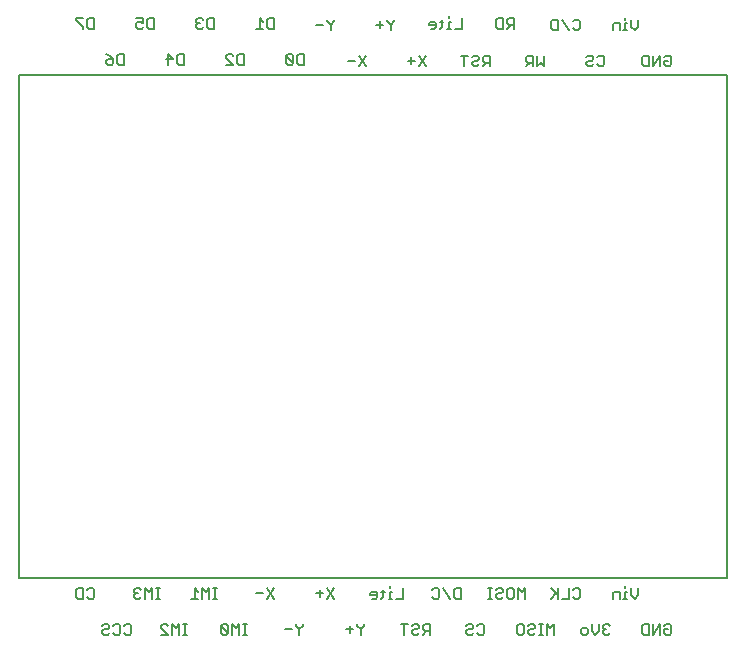
<source format=gbr>
G04 EAGLE Gerber RS-274X export*
G75*
%MOMM*%
%FSLAX34Y34*%
%LPD*%
%INSilkscreen Bottom*%
%IPPOS*%
%AMOC8*
5,1,8,0,0,1.08239X$1,22.5*%
G01*
%ADD10C,0.127000*%


D10*
X101430Y493403D02*
X101430Y484505D01*
X96981Y484505D01*
X95498Y485988D01*
X95498Y491920D01*
X96981Y493403D01*
X101430Y493403D01*
X89109Y491920D02*
X86143Y493403D01*
X89109Y491920D02*
X92075Y488954D01*
X92075Y485988D01*
X90592Y484505D01*
X87626Y484505D01*
X86143Y485988D01*
X86143Y487471D01*
X87626Y488954D01*
X92075Y488954D01*
X126830Y514985D02*
X126830Y523883D01*
X126830Y514985D02*
X122381Y514985D01*
X120898Y516468D01*
X120898Y522400D01*
X122381Y523883D01*
X126830Y523883D01*
X117475Y523883D02*
X111543Y523883D01*
X117475Y523883D02*
X117475Y519434D01*
X114509Y520917D01*
X113026Y520917D01*
X111543Y519434D01*
X111543Y516468D01*
X113026Y514985D01*
X115992Y514985D01*
X117475Y516468D01*
X152230Y493403D02*
X152230Y484505D01*
X147781Y484505D01*
X146298Y485988D01*
X146298Y491920D01*
X147781Y493403D01*
X152230Y493403D01*
X138426Y493403D02*
X138426Y484505D01*
X142875Y488954D02*
X138426Y493403D01*
X136943Y488954D02*
X142875Y488954D01*
X177630Y514985D02*
X177630Y523883D01*
X177630Y514985D02*
X173181Y514985D01*
X171698Y516468D01*
X171698Y522400D01*
X173181Y523883D01*
X177630Y523883D01*
X168275Y522400D02*
X166792Y523883D01*
X163826Y523883D01*
X162343Y522400D01*
X162343Y520917D01*
X163826Y519434D01*
X165309Y519434D01*
X163826Y519434D02*
X162343Y517951D01*
X162343Y516468D01*
X163826Y514985D01*
X166792Y514985D01*
X168275Y516468D01*
X76030Y514985D02*
X76030Y523883D01*
X76030Y514985D02*
X71581Y514985D01*
X70098Y516468D01*
X70098Y522400D01*
X71581Y523883D01*
X76030Y523883D01*
X66675Y523883D02*
X60743Y523883D01*
X60743Y522400D01*
X66675Y516468D01*
X66675Y514985D01*
X203030Y493403D02*
X203030Y484505D01*
X198581Y484505D01*
X197098Y485988D01*
X197098Y491920D01*
X198581Y493403D01*
X203030Y493403D01*
X193675Y484505D02*
X187743Y484505D01*
X193675Y484505D02*
X187743Y490437D01*
X187743Y491920D01*
X189226Y493403D01*
X192192Y493403D01*
X193675Y491920D01*
X228430Y514985D02*
X228430Y523883D01*
X228430Y514985D02*
X223981Y514985D01*
X222498Y516468D01*
X222498Y522400D01*
X223981Y523883D01*
X228430Y523883D01*
X219075Y520917D02*
X216109Y523883D01*
X216109Y514985D01*
X219075Y514985D02*
X213143Y514985D01*
X253830Y493403D02*
X253830Y484505D01*
X249381Y484505D01*
X247898Y485988D01*
X247898Y491920D01*
X249381Y493403D01*
X253830Y493403D01*
X244475Y491920D02*
X244475Y485988D01*
X244475Y491920D02*
X242992Y493403D01*
X240026Y493403D01*
X238543Y491920D01*
X238543Y485988D01*
X240026Y484505D01*
X242992Y484505D01*
X244475Y485988D01*
X238543Y491920D01*
X279230Y521130D02*
X279230Y522613D01*
X279230Y521130D02*
X276264Y518164D01*
X273298Y521130D01*
X273298Y522613D01*
X276264Y518164D02*
X276264Y513715D01*
X269875Y518164D02*
X263943Y518164D01*
X305900Y492133D02*
X299968Y483235D01*
X305900Y483235D02*
X299968Y492133D01*
X296545Y487684D02*
X290613Y487684D01*
X330030Y521130D02*
X330030Y522613D01*
X330030Y521130D02*
X327064Y518164D01*
X324098Y521130D01*
X324098Y522613D01*
X327064Y518164D02*
X327064Y513715D01*
X320675Y518164D02*
X314743Y518164D01*
X317709Y521130D02*
X317709Y515198D01*
X356700Y492133D02*
X350768Y483235D01*
X356700Y483235D02*
X350768Y492133D01*
X347345Y487684D02*
X341413Y487684D01*
X344379Y490650D02*
X344379Y484718D01*
X387067Y514985D02*
X387067Y523883D01*
X387067Y514985D02*
X381135Y514985D01*
X377712Y520917D02*
X376229Y520917D01*
X376229Y514985D01*
X377712Y514985D02*
X374746Y514985D01*
X376229Y523883D02*
X376229Y525366D01*
X369992Y522400D02*
X369992Y516468D01*
X368509Y514985D01*
X368509Y520917D02*
X371475Y520917D01*
X363755Y514985D02*
X360789Y514985D01*
X363755Y514985D02*
X365238Y516468D01*
X365238Y519434D01*
X363755Y520917D01*
X360789Y520917D01*
X359307Y519434D01*
X359307Y517951D01*
X365238Y517951D01*
X410908Y492133D02*
X410908Y483235D01*
X410908Y492133D02*
X406459Y492133D01*
X404976Y490650D01*
X404976Y487684D01*
X406459Y486201D01*
X410908Y486201D01*
X407942Y486201D02*
X404976Y483235D01*
X397104Y492133D02*
X395621Y490650D01*
X397104Y492133D02*
X400070Y492133D01*
X401553Y490650D01*
X401553Y489167D01*
X400070Y487684D01*
X397104Y487684D01*
X395621Y486201D01*
X395621Y484718D01*
X397104Y483235D01*
X400070Y483235D01*
X401553Y484718D01*
X389232Y483235D02*
X389232Y492133D01*
X392197Y492133D02*
X386266Y492133D01*
X431630Y514985D02*
X431630Y523883D01*
X427181Y523883D01*
X425698Y522400D01*
X425698Y519434D01*
X427181Y517951D01*
X431630Y517951D01*
X428664Y517951D02*
X425698Y514985D01*
X422275Y514985D02*
X422275Y523883D01*
X422275Y514985D02*
X417826Y514985D01*
X416343Y516468D01*
X416343Y522400D01*
X417826Y523883D01*
X422275Y523883D01*
X457030Y492133D02*
X457030Y483235D01*
X454064Y486201D01*
X451098Y483235D01*
X451098Y492133D01*
X447675Y492133D02*
X447675Y483235D01*
X447675Y492133D02*
X443226Y492133D01*
X441743Y490650D01*
X441743Y487684D01*
X443226Y486201D01*
X447675Y486201D01*
X444709Y486201D02*
X441743Y483235D01*
X481176Y521130D02*
X482659Y522613D01*
X485625Y522613D01*
X487108Y521130D01*
X487108Y515198D01*
X485625Y513715D01*
X482659Y513715D01*
X481176Y515198D01*
X477753Y513715D02*
X471821Y522613D01*
X468397Y522613D02*
X468397Y513715D01*
X463949Y513715D01*
X462466Y515198D01*
X462466Y521130D01*
X463949Y522613D01*
X468397Y522613D01*
X501898Y490650D02*
X503381Y492133D01*
X506347Y492133D01*
X507830Y490650D01*
X507830Y484718D01*
X506347Y483235D01*
X503381Y483235D01*
X501898Y484718D01*
X494026Y492133D02*
X492543Y490650D01*
X494026Y492133D02*
X496992Y492133D01*
X498475Y490650D01*
X498475Y489167D01*
X496992Y487684D01*
X494026Y487684D01*
X492543Y486201D01*
X492543Y484718D01*
X494026Y483235D01*
X496992Y483235D01*
X498475Y484718D01*
X536349Y516681D02*
X536349Y522613D01*
X536349Y516681D02*
X533383Y513715D01*
X530417Y516681D01*
X530417Y522613D01*
X526993Y519647D02*
X525511Y519647D01*
X525511Y513715D01*
X526993Y513715D02*
X524028Y513715D01*
X525511Y522613D02*
X525511Y524096D01*
X520757Y519647D02*
X520757Y513715D01*
X520757Y519647D02*
X516308Y519647D01*
X514825Y518164D01*
X514825Y513715D01*
X558646Y490650D02*
X560129Y492133D01*
X563095Y492133D01*
X564578Y490650D01*
X564578Y484718D01*
X563095Y483235D01*
X560129Y483235D01*
X558646Y484718D01*
X558646Y487684D01*
X561612Y487684D01*
X555223Y483235D02*
X555223Y492133D01*
X549291Y483235D01*
X549291Y492133D01*
X545867Y492133D02*
X545867Y483235D01*
X541419Y483235D01*
X539936Y484718D01*
X539936Y490650D01*
X541419Y492133D01*
X545867Y492133D01*
X71581Y41283D02*
X70098Y39800D01*
X71581Y41283D02*
X74547Y41283D01*
X76030Y39800D01*
X76030Y33868D01*
X74547Y32385D01*
X71581Y32385D01*
X70098Y33868D01*
X66675Y32385D02*
X66675Y41283D01*
X66675Y32385D02*
X62226Y32385D01*
X60743Y33868D01*
X60743Y39800D01*
X62226Y41283D01*
X66675Y41283D01*
X101446Y9320D02*
X102929Y10803D01*
X105895Y10803D01*
X107378Y9320D01*
X107378Y3388D01*
X105895Y1905D01*
X102929Y1905D01*
X101446Y3388D01*
X93574Y10803D02*
X92091Y9320D01*
X93574Y10803D02*
X96540Y10803D01*
X98023Y9320D01*
X98023Y3388D01*
X96540Y1905D01*
X93574Y1905D01*
X92091Y3388D01*
X84219Y10803D02*
X82736Y9320D01*
X84219Y10803D02*
X87185Y10803D01*
X88667Y9320D01*
X88667Y7837D01*
X87185Y6354D01*
X84219Y6354D01*
X82736Y4871D01*
X82736Y3388D01*
X84219Y1905D01*
X87185Y1905D01*
X88667Y3388D01*
X201913Y1905D02*
X204879Y1905D01*
X203396Y1905D02*
X203396Y10803D01*
X204879Y10803D02*
X201913Y10803D01*
X198642Y10803D02*
X198642Y1905D01*
X195676Y7837D02*
X198642Y10803D01*
X195676Y7837D02*
X192710Y10803D01*
X192710Y1905D01*
X189287Y3388D02*
X189287Y9320D01*
X187804Y10803D01*
X184838Y10803D01*
X183355Y9320D01*
X183355Y3388D01*
X184838Y1905D01*
X187804Y1905D01*
X189287Y3388D01*
X183355Y9320D01*
X179479Y32385D02*
X176513Y32385D01*
X177996Y32385D02*
X177996Y41283D01*
X179479Y41283D02*
X176513Y41283D01*
X173242Y41283D02*
X173242Y32385D01*
X170276Y38317D02*
X173242Y41283D01*
X170276Y38317D02*
X167310Y41283D01*
X167310Y32385D01*
X163887Y38317D02*
X160921Y41283D01*
X160921Y32385D01*
X163887Y32385D02*
X157955Y32385D01*
X154079Y1905D02*
X151113Y1905D01*
X152596Y1905D02*
X152596Y10803D01*
X154079Y10803D02*
X151113Y10803D01*
X147842Y10803D02*
X147842Y1905D01*
X144876Y7837D02*
X147842Y10803D01*
X144876Y7837D02*
X141910Y10803D01*
X141910Y1905D01*
X138487Y1905D02*
X132555Y1905D01*
X138487Y1905D02*
X132555Y7837D01*
X132555Y9320D01*
X134038Y10803D01*
X137004Y10803D01*
X138487Y9320D01*
X131219Y32385D02*
X128253Y32385D01*
X129736Y32385D02*
X129736Y41283D01*
X131219Y41283D02*
X128253Y41283D01*
X124982Y41283D02*
X124982Y32385D01*
X122016Y38317D02*
X124982Y41283D01*
X122016Y38317D02*
X119050Y41283D01*
X119050Y32385D01*
X115627Y39800D02*
X114144Y41283D01*
X111178Y41283D01*
X109695Y39800D01*
X109695Y38317D01*
X111178Y36834D01*
X112661Y36834D01*
X111178Y36834D02*
X109695Y35351D01*
X109695Y33868D01*
X111178Y32385D01*
X114144Y32385D01*
X115627Y33868D01*
X222498Y32385D02*
X228430Y41283D01*
X222498Y41283D02*
X228430Y32385D01*
X219075Y36834D02*
X213143Y36834D01*
X252560Y10803D02*
X252560Y9320D01*
X249594Y6354D01*
X246628Y9320D01*
X246628Y10803D01*
X249594Y6354D02*
X249594Y1905D01*
X243205Y6354D02*
X237273Y6354D01*
X273298Y32385D02*
X279230Y41283D01*
X273298Y41283D02*
X279230Y32385D01*
X269875Y36834D02*
X263943Y36834D01*
X266909Y39800D02*
X266909Y33868D01*
X304630Y10803D02*
X304630Y9320D01*
X301664Y6354D01*
X298698Y9320D01*
X298698Y10803D01*
X301664Y6354D02*
X301664Y1905D01*
X295275Y6354D02*
X289343Y6354D01*
X292309Y9320D02*
X292309Y3388D01*
X337537Y32385D02*
X337537Y41283D01*
X337537Y32385D02*
X331605Y32385D01*
X328182Y38317D02*
X326699Y38317D01*
X326699Y32385D01*
X328182Y32385D02*
X325216Y32385D01*
X326699Y41283D02*
X326699Y42766D01*
X320462Y39800D02*
X320462Y33868D01*
X318979Y32385D01*
X318979Y38317D02*
X321945Y38317D01*
X314225Y32385D02*
X311259Y32385D01*
X314225Y32385D02*
X315708Y33868D01*
X315708Y36834D01*
X314225Y38317D01*
X311259Y38317D01*
X309777Y36834D01*
X309777Y35351D01*
X315708Y35351D01*
X360108Y10803D02*
X360108Y1905D01*
X360108Y10803D02*
X355659Y10803D01*
X354176Y9320D01*
X354176Y6354D01*
X355659Y4871D01*
X360108Y4871D01*
X357142Y4871D02*
X354176Y1905D01*
X346304Y10803D02*
X344821Y9320D01*
X346304Y10803D02*
X349270Y10803D01*
X350753Y9320D01*
X350753Y7837D01*
X349270Y6354D01*
X346304Y6354D01*
X344821Y4871D01*
X344821Y3388D01*
X346304Y1905D01*
X349270Y1905D01*
X350753Y3388D01*
X338432Y1905D02*
X338432Y10803D01*
X341397Y10803D02*
X335466Y10803D01*
X386778Y32385D02*
X386778Y41283D01*
X386778Y32385D02*
X382329Y32385D01*
X380846Y33868D01*
X380846Y39800D01*
X382329Y41283D01*
X386778Y41283D01*
X377423Y32385D02*
X371491Y41283D01*
X363619Y41283D02*
X362136Y39800D01*
X363619Y41283D02*
X366585Y41283D01*
X368067Y39800D01*
X368067Y33868D01*
X366585Y32385D01*
X363619Y32385D01*
X362136Y33868D01*
X400298Y9320D02*
X401781Y10803D01*
X404747Y10803D01*
X406230Y9320D01*
X406230Y3388D01*
X404747Y1905D01*
X401781Y1905D01*
X400298Y3388D01*
X392426Y10803D02*
X390943Y9320D01*
X392426Y10803D02*
X395392Y10803D01*
X396875Y9320D01*
X396875Y7837D01*
X395392Y6354D01*
X392426Y6354D01*
X390943Y4871D01*
X390943Y3388D01*
X392426Y1905D01*
X395392Y1905D01*
X396875Y3388D01*
X440696Y32385D02*
X440696Y41283D01*
X437730Y38317D01*
X434764Y41283D01*
X434764Y32385D01*
X429858Y41283D02*
X426892Y41283D01*
X429858Y41283D02*
X431341Y39800D01*
X431341Y33868D01*
X429858Y32385D01*
X426892Y32385D01*
X425409Y33868D01*
X425409Y39800D01*
X426892Y41283D01*
X417537Y41283D02*
X416054Y39800D01*
X417537Y41283D02*
X420503Y41283D01*
X421986Y39800D01*
X421986Y38317D01*
X420503Y36834D01*
X417537Y36834D01*
X416054Y35351D01*
X416054Y33868D01*
X417537Y32385D01*
X420503Y32385D01*
X421986Y33868D01*
X412631Y32385D02*
X409665Y32385D01*
X411148Y32385D02*
X411148Y41283D01*
X412631Y41283D02*
X409665Y41283D01*
X464826Y10803D02*
X464826Y1905D01*
X461860Y7837D02*
X464826Y10803D01*
X461860Y7837D02*
X458894Y10803D01*
X458894Y1905D01*
X455471Y1905D02*
X452505Y1905D01*
X453988Y1905D02*
X453988Y10803D01*
X455471Y10803D02*
X452505Y10803D01*
X444785Y10803D02*
X443303Y9320D01*
X444785Y10803D02*
X447751Y10803D01*
X449234Y9320D01*
X449234Y7837D01*
X447751Y6354D01*
X444785Y6354D01*
X443303Y4871D01*
X443303Y3388D01*
X444785Y1905D01*
X447751Y1905D01*
X449234Y3388D01*
X438396Y10803D02*
X435430Y10803D01*
X438396Y10803D02*
X439879Y9320D01*
X439879Y3388D01*
X438396Y1905D01*
X435430Y1905D01*
X433947Y3388D01*
X433947Y9320D01*
X435430Y10803D01*
X481176Y39800D02*
X482659Y41283D01*
X485625Y41283D01*
X487108Y39800D01*
X487108Y33868D01*
X485625Y32385D01*
X482659Y32385D01*
X481176Y33868D01*
X477753Y32385D02*
X477753Y41283D01*
X477753Y32385D02*
X471821Y32385D01*
X468397Y32385D02*
X468397Y41283D01*
X462466Y41283D02*
X468397Y35351D01*
X466915Y36834D02*
X462466Y32385D01*
X511025Y10803D02*
X512508Y9320D01*
X511025Y10803D02*
X508059Y10803D01*
X506576Y9320D01*
X506576Y7837D01*
X508059Y6354D01*
X509542Y6354D01*
X508059Y6354D02*
X506576Y4871D01*
X506576Y3388D01*
X508059Y1905D01*
X511025Y1905D01*
X512508Y3388D01*
X503153Y4871D02*
X503153Y10803D01*
X503153Y4871D02*
X500187Y1905D01*
X497221Y4871D01*
X497221Y10803D01*
X492315Y1905D02*
X489349Y1905D01*
X487866Y3388D01*
X487866Y6354D01*
X489349Y7837D01*
X492315Y7837D01*
X493797Y6354D01*
X493797Y3388D01*
X492315Y1905D01*
X536349Y35351D02*
X536349Y41283D01*
X536349Y35351D02*
X533383Y32385D01*
X530417Y35351D01*
X530417Y41283D01*
X526993Y38317D02*
X525511Y38317D01*
X525511Y32385D01*
X526993Y32385D02*
X524028Y32385D01*
X525511Y41283D02*
X525511Y42766D01*
X520757Y38317D02*
X520757Y32385D01*
X520757Y38317D02*
X516308Y38317D01*
X514825Y36834D01*
X514825Y32385D01*
X558646Y9320D02*
X560129Y10803D01*
X563095Y10803D01*
X564578Y9320D01*
X564578Y3388D01*
X563095Y1905D01*
X560129Y1905D01*
X558646Y3388D01*
X558646Y6354D01*
X561612Y6354D01*
X555223Y1905D02*
X555223Y10803D01*
X549291Y1905D01*
X549291Y10803D01*
X545867Y10803D02*
X545867Y1905D01*
X541419Y1905D01*
X539936Y3388D01*
X539936Y9320D01*
X541419Y10803D01*
X545867Y10803D01*
X11820Y49890D02*
X11820Y475890D01*
X11820Y49890D02*
X611820Y49890D01*
X611820Y475890D01*
X11820Y475890D01*
M02*

</source>
